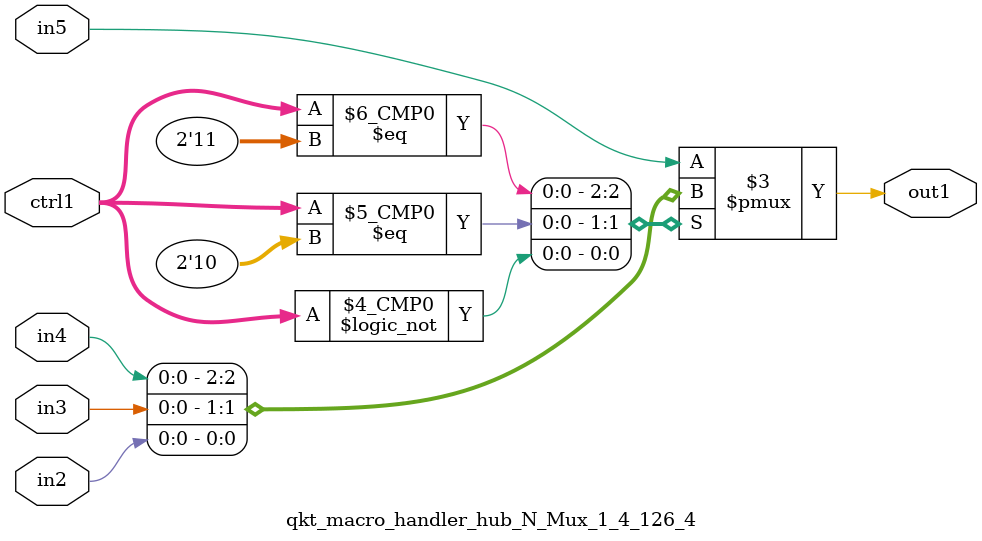
<source format=v>

`timescale 1ps / 1ps


module qkt_macro_handler_hub_N_Mux_1_4_126_4( in5, in4, in3, in2, ctrl1, out1 );

    input in5;
    input in4;
    input in3;
    input in2;
    input [1:0] ctrl1;
    output out1;
    reg out1;

    
    // rtl_process:qkt_macro_handler_hub_N_Mux_1_4_126_4/qkt_macro_handler_hub_N_Mux_1_4_126_4_thread_1
    always @*
      begin : qkt_macro_handler_hub_N_Mux_1_4_126_4_thread_1
        case (ctrl1) 
          2'd3: 
            begin
              out1 = in4;
            end
          2'd2: 
            begin
              out1 = in3;
            end
          2'd0: 
            begin
              out1 = in2;
            end
          default: 
            begin
              out1 = in5;
            end
        endcase
      end

endmodule





</source>
